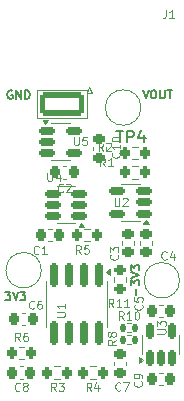
<source format=gbr>
%TF.GenerationSoftware,KiCad,Pcbnew,9.0.2*%
%TF.CreationDate,2025-10-14T12:10:58+02:00*%
%TF.ProjectId,1p6V_to_m1p6V_bias_gum,31703656-5f74-46f5-9f6d-317036565f62,rev?*%
%TF.SameCoordinates,Original*%
%TF.FileFunction,Legend,Top*%
%TF.FilePolarity,Positive*%
%FSLAX46Y46*%
G04 Gerber Fmt 4.6, Leading zero omitted, Abs format (unit mm)*
G04 Created by KiCad (PCBNEW 9.0.2) date 2025-10-14 12:10:58*
%MOMM*%
%LPD*%
G01*
G04 APERTURE LIST*
G04 Aperture macros list*
%AMRoundRect*
0 Rectangle with rounded corners*
0 $1 Rounding radius*
0 $2 $3 $4 $5 $6 $7 $8 $9 X,Y pos of 4 corners*
0 Add a 4 corners polygon primitive as box body*
4,1,4,$2,$3,$4,$5,$6,$7,$8,$9,$2,$3,0*
0 Add four circle primitives for the rounded corners*
1,1,$1+$1,$2,$3*
1,1,$1+$1,$4,$5*
1,1,$1+$1,$6,$7*
1,1,$1+$1,$8,$9*
0 Add four rect primitives between the rounded corners*
20,1,$1+$1,$2,$3,$4,$5,0*
20,1,$1+$1,$4,$5,$6,$7,0*
20,1,$1+$1,$6,$7,$8,$9,0*
20,1,$1+$1,$8,$9,$2,$3,0*%
G04 Aperture macros list end*
%ADD10C,0.150000*%
%ADD11C,0.087500*%
%ADD12C,0.120000*%
%ADD13RoundRect,0.200000X0.200000X0.275000X-0.200000X0.275000X-0.200000X-0.275000X0.200000X-0.275000X0*%
%ADD14RoundRect,0.150000X-0.150000X0.825000X-0.150000X-0.825000X0.150000X-0.825000X0.150000X0.825000X0*%
%ADD15C,2.000000*%
%ADD16RoundRect,0.135000X0.135000X0.185000X-0.135000X0.185000X-0.135000X-0.185000X0.135000X-0.185000X0*%
%ADD17RoundRect,0.225000X0.225000X0.250000X-0.225000X0.250000X-0.225000X-0.250000X0.225000X-0.250000X0*%
%ADD18RoundRect,0.200000X0.275000X-0.200000X0.275000X0.200000X-0.275000X0.200000X-0.275000X-0.200000X0*%
%ADD19R,1.700000X1.700000*%
%ADD20C,1.700000*%
%ADD21RoundRect,0.200000X-0.200000X-0.275000X0.200000X-0.275000X0.200000X0.275000X-0.200000X0.275000X0*%
%ADD22RoundRect,0.225000X-0.250000X0.225000X-0.250000X-0.225000X0.250000X-0.225000X0.250000X0.225000X0*%
%ADD23R,1.500000X5.080000*%
%ADD24RoundRect,0.225000X-0.225000X-0.250000X0.225000X-0.250000X0.225000X0.250000X-0.225000X0.250000X0*%
%ADD25RoundRect,0.225000X0.250000X-0.225000X0.250000X0.225000X-0.250000X0.225000X-0.250000X-0.225000X0*%
%ADD26RoundRect,0.250000X-1.650000X-0.750000X1.650000X-0.750000X1.650000X0.750000X-1.650000X0.750000X0*%
%ADD27RoundRect,0.150000X0.512500X0.150000X-0.512500X0.150000X-0.512500X-0.150000X0.512500X-0.150000X0*%
%ADD28RoundRect,0.150000X0.150000X-0.512500X0.150000X0.512500X-0.150000X0.512500X-0.150000X-0.512500X0*%
%ADD29RoundRect,0.150000X-0.512500X-0.150000X0.512500X-0.150000X0.512500X0.150000X-0.512500X0.150000X0*%
G04 APERTURE END LIST*
D10*
X81198684Y-77056533D02*
X81632017Y-77056533D01*
X81632017Y-77056533D02*
X81398684Y-77323200D01*
X81398684Y-77323200D02*
X81498684Y-77323200D01*
X81498684Y-77323200D02*
X81565350Y-77356533D01*
X81565350Y-77356533D02*
X81598684Y-77389866D01*
X81598684Y-77389866D02*
X81632017Y-77456533D01*
X81632017Y-77456533D02*
X81632017Y-77623200D01*
X81632017Y-77623200D02*
X81598684Y-77689866D01*
X81598684Y-77689866D02*
X81565350Y-77723200D01*
X81565350Y-77723200D02*
X81498684Y-77756533D01*
X81498684Y-77756533D02*
X81298684Y-77756533D01*
X81298684Y-77756533D02*
X81232017Y-77723200D01*
X81232017Y-77723200D02*
X81198684Y-77689866D01*
X81832017Y-77056533D02*
X82065351Y-77756533D01*
X82065351Y-77756533D02*
X82298684Y-77056533D01*
X82465351Y-77056533D02*
X82898684Y-77056533D01*
X82898684Y-77056533D02*
X82665351Y-77323200D01*
X82665351Y-77323200D02*
X82765351Y-77323200D01*
X82765351Y-77323200D02*
X82832017Y-77356533D01*
X82832017Y-77356533D02*
X82865351Y-77389866D01*
X82865351Y-77389866D02*
X82898684Y-77456533D01*
X82898684Y-77456533D02*
X82898684Y-77623200D01*
X82898684Y-77623200D02*
X82865351Y-77689866D01*
X82865351Y-77689866D02*
X82832017Y-77723200D01*
X82832017Y-77723200D02*
X82765351Y-77756533D01*
X82765351Y-77756533D02*
X82565351Y-77756533D01*
X82565351Y-77756533D02*
X82498684Y-77723200D01*
X82498684Y-77723200D02*
X82465351Y-77689866D01*
X81782017Y-60014866D02*
X81715350Y-59981533D01*
X81715350Y-59981533D02*
X81615350Y-59981533D01*
X81615350Y-59981533D02*
X81515350Y-60014866D01*
X81515350Y-60014866D02*
X81448684Y-60081533D01*
X81448684Y-60081533D02*
X81415350Y-60148200D01*
X81415350Y-60148200D02*
X81382017Y-60281533D01*
X81382017Y-60281533D02*
X81382017Y-60381533D01*
X81382017Y-60381533D02*
X81415350Y-60514866D01*
X81415350Y-60514866D02*
X81448684Y-60581533D01*
X81448684Y-60581533D02*
X81515350Y-60648200D01*
X81515350Y-60648200D02*
X81615350Y-60681533D01*
X81615350Y-60681533D02*
X81682017Y-60681533D01*
X81682017Y-60681533D02*
X81782017Y-60648200D01*
X81782017Y-60648200D02*
X81815350Y-60614866D01*
X81815350Y-60614866D02*
X81815350Y-60381533D01*
X81815350Y-60381533D02*
X81682017Y-60381533D01*
X82115350Y-60681533D02*
X82115350Y-59981533D01*
X82115350Y-59981533D02*
X82515350Y-60681533D01*
X82515350Y-60681533D02*
X82515350Y-59981533D01*
X82848683Y-60681533D02*
X82848683Y-59981533D01*
X82848683Y-59981533D02*
X83015350Y-59981533D01*
X83015350Y-59981533D02*
X83115350Y-60014866D01*
X83115350Y-60014866D02*
X83182017Y-60081533D01*
X83182017Y-60081533D02*
X83215350Y-60148200D01*
X83215350Y-60148200D02*
X83248683Y-60281533D01*
X83248683Y-60281533D02*
X83248683Y-60381533D01*
X83248683Y-60381533D02*
X83215350Y-60514866D01*
X83215350Y-60514866D02*
X83182017Y-60581533D01*
X83182017Y-60581533D02*
X83115350Y-60648200D01*
X83115350Y-60648200D02*
X83015350Y-60681533D01*
X83015350Y-60681533D02*
X82848683Y-60681533D01*
X92865350Y-59956533D02*
X93098684Y-60656533D01*
X93098684Y-60656533D02*
X93332017Y-59956533D01*
X93698684Y-59956533D02*
X93832017Y-59956533D01*
X93832017Y-59956533D02*
X93898684Y-59989866D01*
X93898684Y-59989866D02*
X93965350Y-60056533D01*
X93965350Y-60056533D02*
X93998684Y-60189866D01*
X93998684Y-60189866D02*
X93998684Y-60423200D01*
X93998684Y-60423200D02*
X93965350Y-60556533D01*
X93965350Y-60556533D02*
X93898684Y-60623200D01*
X93898684Y-60623200D02*
X93832017Y-60656533D01*
X93832017Y-60656533D02*
X93698684Y-60656533D01*
X93698684Y-60656533D02*
X93632017Y-60623200D01*
X93632017Y-60623200D02*
X93565350Y-60556533D01*
X93565350Y-60556533D02*
X93532017Y-60423200D01*
X93532017Y-60423200D02*
X93532017Y-60189866D01*
X93532017Y-60189866D02*
X93565350Y-60056533D01*
X93565350Y-60056533D02*
X93632017Y-59989866D01*
X93632017Y-59989866D02*
X93698684Y-59956533D01*
X94298683Y-59956533D02*
X94298683Y-60523200D01*
X94298683Y-60523200D02*
X94332017Y-60589866D01*
X94332017Y-60589866D02*
X94365350Y-60623200D01*
X94365350Y-60623200D02*
X94432017Y-60656533D01*
X94432017Y-60656533D02*
X94565350Y-60656533D01*
X94565350Y-60656533D02*
X94632017Y-60623200D01*
X94632017Y-60623200D02*
X94665350Y-60589866D01*
X94665350Y-60589866D02*
X94698683Y-60523200D01*
X94698683Y-60523200D02*
X94698683Y-59956533D01*
X94932016Y-59956533D02*
X95332016Y-59956533D01*
X95132016Y-60656533D02*
X95132016Y-59956533D01*
X92289866Y-77284649D02*
X92289866Y-76751316D01*
X91856533Y-76484649D02*
X91856533Y-76051315D01*
X91856533Y-76051315D02*
X92123200Y-76284649D01*
X92123200Y-76284649D02*
X92123200Y-76184649D01*
X92123200Y-76184649D02*
X92156533Y-76117982D01*
X92156533Y-76117982D02*
X92189866Y-76084649D01*
X92189866Y-76084649D02*
X92256533Y-76051315D01*
X92256533Y-76051315D02*
X92423200Y-76051315D01*
X92423200Y-76051315D02*
X92489866Y-76084649D01*
X92489866Y-76084649D02*
X92523200Y-76117982D01*
X92523200Y-76117982D02*
X92556533Y-76184649D01*
X92556533Y-76184649D02*
X92556533Y-76384649D01*
X92556533Y-76384649D02*
X92523200Y-76451315D01*
X92523200Y-76451315D02*
X92489866Y-76484649D01*
X91856533Y-75851315D02*
X92556533Y-75617982D01*
X92556533Y-75617982D02*
X91856533Y-75384648D01*
X91856533Y-75217982D02*
X91856533Y-74784648D01*
X91856533Y-74784648D02*
X92123200Y-75017982D01*
X92123200Y-75017982D02*
X92123200Y-74917982D01*
X92123200Y-74917982D02*
X92156533Y-74851315D01*
X92156533Y-74851315D02*
X92189866Y-74817982D01*
X92189866Y-74817982D02*
X92256533Y-74784648D01*
X92256533Y-74784648D02*
X92423200Y-74784648D01*
X92423200Y-74784648D02*
X92489866Y-74817982D01*
X92489866Y-74817982D02*
X92523200Y-74851315D01*
X92523200Y-74851315D02*
X92556533Y-74917982D01*
X92556533Y-74917982D02*
X92556533Y-75117982D01*
X92556533Y-75117982D02*
X92523200Y-75184648D01*
X92523200Y-75184648D02*
X92489866Y-75217982D01*
D11*
X89493333Y-65089283D02*
X89260000Y-64755950D01*
X89093333Y-65089283D02*
X89093333Y-64389283D01*
X89093333Y-64389283D02*
X89360000Y-64389283D01*
X89360000Y-64389283D02*
X89426667Y-64422616D01*
X89426667Y-64422616D02*
X89460000Y-64455950D01*
X89460000Y-64455950D02*
X89493333Y-64522616D01*
X89493333Y-64522616D02*
X89493333Y-64622616D01*
X89493333Y-64622616D02*
X89460000Y-64689283D01*
X89460000Y-64689283D02*
X89426667Y-64722616D01*
X89426667Y-64722616D02*
X89360000Y-64755950D01*
X89360000Y-64755950D02*
X89093333Y-64755950D01*
X89760000Y-64455950D02*
X89793333Y-64422616D01*
X89793333Y-64422616D02*
X89860000Y-64389283D01*
X89860000Y-64389283D02*
X90026667Y-64389283D01*
X90026667Y-64389283D02*
X90093333Y-64422616D01*
X90093333Y-64422616D02*
X90126667Y-64455950D01*
X90126667Y-64455950D02*
X90160000Y-64522616D01*
X90160000Y-64522616D02*
X90160000Y-64589283D01*
X90160000Y-64589283D02*
X90126667Y-64689283D01*
X90126667Y-64689283D02*
X89726667Y-65089283D01*
X89726667Y-65089283D02*
X90160000Y-65089283D01*
X85569283Y-79133333D02*
X86135950Y-79133333D01*
X86135950Y-79133333D02*
X86202616Y-79100000D01*
X86202616Y-79100000D02*
X86235950Y-79066666D01*
X86235950Y-79066666D02*
X86269283Y-79000000D01*
X86269283Y-79000000D02*
X86269283Y-78866666D01*
X86269283Y-78866666D02*
X86235950Y-78800000D01*
X86235950Y-78800000D02*
X86202616Y-78766666D01*
X86202616Y-78766666D02*
X86135950Y-78733333D01*
X86135950Y-78733333D02*
X85569283Y-78733333D01*
X86269283Y-78033333D02*
X86269283Y-78433333D01*
X86269283Y-78233333D02*
X85569283Y-78233333D01*
X85569283Y-78233333D02*
X85669283Y-78300000D01*
X85669283Y-78300000D02*
X85735950Y-78366667D01*
X85735950Y-78366667D02*
X85769283Y-78433333D01*
X91209999Y-79394283D02*
X90976666Y-79060950D01*
X90809999Y-79394283D02*
X90809999Y-78694283D01*
X90809999Y-78694283D02*
X91076666Y-78694283D01*
X91076666Y-78694283D02*
X91143333Y-78727616D01*
X91143333Y-78727616D02*
X91176666Y-78760950D01*
X91176666Y-78760950D02*
X91209999Y-78827616D01*
X91209999Y-78827616D02*
X91209999Y-78927616D01*
X91209999Y-78927616D02*
X91176666Y-78994283D01*
X91176666Y-78994283D02*
X91143333Y-79027616D01*
X91143333Y-79027616D02*
X91076666Y-79060950D01*
X91076666Y-79060950D02*
X90809999Y-79060950D01*
X91876666Y-79394283D02*
X91476666Y-79394283D01*
X91676666Y-79394283D02*
X91676666Y-78694283D01*
X91676666Y-78694283D02*
X91609999Y-78794283D01*
X91609999Y-78794283D02*
X91543333Y-78860950D01*
X91543333Y-78860950D02*
X91476666Y-78894283D01*
X92310000Y-78694283D02*
X92376666Y-78694283D01*
X92376666Y-78694283D02*
X92443333Y-78727616D01*
X92443333Y-78727616D02*
X92476666Y-78760950D01*
X92476666Y-78760950D02*
X92510000Y-78827616D01*
X92510000Y-78827616D02*
X92543333Y-78960950D01*
X92543333Y-78960950D02*
X92543333Y-79127616D01*
X92543333Y-79127616D02*
X92510000Y-79260950D01*
X92510000Y-79260950D02*
X92476666Y-79327616D01*
X92476666Y-79327616D02*
X92443333Y-79360950D01*
X92443333Y-79360950D02*
X92376666Y-79394283D01*
X92376666Y-79394283D02*
X92310000Y-79394283D01*
X92310000Y-79394283D02*
X92243333Y-79360950D01*
X92243333Y-79360950D02*
X92210000Y-79327616D01*
X92210000Y-79327616D02*
X92176666Y-79260950D01*
X92176666Y-79260950D02*
X92143333Y-79127616D01*
X92143333Y-79127616D02*
X92143333Y-78960950D01*
X92143333Y-78960950D02*
X92176666Y-78827616D01*
X92176666Y-78827616D02*
X92210000Y-78760950D01*
X92210000Y-78760950D02*
X92243333Y-78727616D01*
X92243333Y-78727616D02*
X92310000Y-78694283D01*
X82433333Y-85352616D02*
X82400000Y-85385950D01*
X82400000Y-85385950D02*
X82300000Y-85419283D01*
X82300000Y-85419283D02*
X82233333Y-85419283D01*
X82233333Y-85419283D02*
X82133333Y-85385950D01*
X82133333Y-85385950D02*
X82066667Y-85319283D01*
X82066667Y-85319283D02*
X82033333Y-85252616D01*
X82033333Y-85252616D02*
X82000000Y-85119283D01*
X82000000Y-85119283D02*
X82000000Y-85019283D01*
X82000000Y-85019283D02*
X82033333Y-84885950D01*
X82033333Y-84885950D02*
X82066667Y-84819283D01*
X82066667Y-84819283D02*
X82133333Y-84752616D01*
X82133333Y-84752616D02*
X82233333Y-84719283D01*
X82233333Y-84719283D02*
X82300000Y-84719283D01*
X82300000Y-84719283D02*
X82400000Y-84752616D01*
X82400000Y-84752616D02*
X82433333Y-84785950D01*
X82833333Y-85019283D02*
X82766667Y-84985950D01*
X82766667Y-84985950D02*
X82733333Y-84952616D01*
X82733333Y-84952616D02*
X82700000Y-84885950D01*
X82700000Y-84885950D02*
X82700000Y-84852616D01*
X82700000Y-84852616D02*
X82733333Y-84785950D01*
X82733333Y-84785950D02*
X82766667Y-84752616D01*
X82766667Y-84752616D02*
X82833333Y-84719283D01*
X82833333Y-84719283D02*
X82966667Y-84719283D01*
X82966667Y-84719283D02*
X83033333Y-84752616D01*
X83033333Y-84752616D02*
X83066667Y-84785950D01*
X83066667Y-84785950D02*
X83100000Y-84852616D01*
X83100000Y-84852616D02*
X83100000Y-84885950D01*
X83100000Y-84885950D02*
X83066667Y-84952616D01*
X83066667Y-84952616D02*
X83033333Y-84985950D01*
X83033333Y-84985950D02*
X82966667Y-85019283D01*
X82966667Y-85019283D02*
X82833333Y-85019283D01*
X82833333Y-85019283D02*
X82766667Y-85052616D01*
X82766667Y-85052616D02*
X82733333Y-85085950D01*
X82733333Y-85085950D02*
X82700000Y-85152616D01*
X82700000Y-85152616D02*
X82700000Y-85285950D01*
X82700000Y-85285950D02*
X82733333Y-85352616D01*
X82733333Y-85352616D02*
X82766667Y-85385950D01*
X82766667Y-85385950D02*
X82833333Y-85419283D01*
X82833333Y-85419283D02*
X82966667Y-85419283D01*
X82966667Y-85419283D02*
X83033333Y-85385950D01*
X83033333Y-85385950D02*
X83066667Y-85352616D01*
X83066667Y-85352616D02*
X83100000Y-85285950D01*
X83100000Y-85285950D02*
X83100000Y-85152616D01*
X83100000Y-85152616D02*
X83066667Y-85085950D01*
X83066667Y-85085950D02*
X83033333Y-85052616D01*
X83033333Y-85052616D02*
X82966667Y-85019283D01*
X90349999Y-78344283D02*
X90116666Y-78010950D01*
X89949999Y-78344283D02*
X89949999Y-77644283D01*
X89949999Y-77644283D02*
X90216666Y-77644283D01*
X90216666Y-77644283D02*
X90283333Y-77677616D01*
X90283333Y-77677616D02*
X90316666Y-77710950D01*
X90316666Y-77710950D02*
X90349999Y-77777616D01*
X90349999Y-77777616D02*
X90349999Y-77877616D01*
X90349999Y-77877616D02*
X90316666Y-77944283D01*
X90316666Y-77944283D02*
X90283333Y-77977616D01*
X90283333Y-77977616D02*
X90216666Y-78010950D01*
X90216666Y-78010950D02*
X89949999Y-78010950D01*
X91016666Y-78344283D02*
X90616666Y-78344283D01*
X90816666Y-78344283D02*
X90816666Y-77644283D01*
X90816666Y-77644283D02*
X90749999Y-77744283D01*
X90749999Y-77744283D02*
X90683333Y-77810950D01*
X90683333Y-77810950D02*
X90616666Y-77844283D01*
X91683333Y-78344283D02*
X91283333Y-78344283D01*
X91483333Y-78344283D02*
X91483333Y-77644283D01*
X91483333Y-77644283D02*
X91416666Y-77744283D01*
X91416666Y-77744283D02*
X91350000Y-77810950D01*
X91350000Y-77810950D02*
X91283333Y-77844283D01*
D10*
X90613095Y-63379819D02*
X91184523Y-63379819D01*
X90898809Y-64379819D02*
X90898809Y-63379819D01*
X91517857Y-64379819D02*
X91517857Y-63379819D01*
X91517857Y-63379819D02*
X91898809Y-63379819D01*
X91898809Y-63379819D02*
X91994047Y-63427438D01*
X91994047Y-63427438D02*
X92041666Y-63475057D01*
X92041666Y-63475057D02*
X92089285Y-63570295D01*
X92089285Y-63570295D02*
X92089285Y-63713152D01*
X92089285Y-63713152D02*
X92041666Y-63808390D01*
X92041666Y-63808390D02*
X91994047Y-63856009D01*
X91994047Y-63856009D02*
X91898809Y-63903628D01*
X91898809Y-63903628D02*
X91517857Y-63903628D01*
X92946428Y-63713152D02*
X92946428Y-64379819D01*
X92708333Y-63332200D02*
X92470238Y-64046485D01*
X92470238Y-64046485D02*
X93089285Y-64046485D01*
D11*
X89648333Y-66399283D02*
X89415000Y-66065950D01*
X89248333Y-66399283D02*
X89248333Y-65699283D01*
X89248333Y-65699283D02*
X89515000Y-65699283D01*
X89515000Y-65699283D02*
X89581667Y-65732616D01*
X89581667Y-65732616D02*
X89615000Y-65765950D01*
X89615000Y-65765950D02*
X89648333Y-65832616D01*
X89648333Y-65832616D02*
X89648333Y-65932616D01*
X89648333Y-65932616D02*
X89615000Y-65999283D01*
X89615000Y-65999283D02*
X89581667Y-66032616D01*
X89581667Y-66032616D02*
X89515000Y-66065950D01*
X89515000Y-66065950D02*
X89248333Y-66065950D01*
X90315000Y-66399283D02*
X89915000Y-66399283D01*
X90115000Y-66399283D02*
X90115000Y-65699283D01*
X90115000Y-65699283D02*
X90048333Y-65799283D01*
X90048333Y-65799283D02*
X89981667Y-65865950D01*
X89981667Y-65865950D02*
X89915000Y-65899283D01*
X90702616Y-73891666D02*
X90735950Y-73924999D01*
X90735950Y-73924999D02*
X90769283Y-74024999D01*
X90769283Y-74024999D02*
X90769283Y-74091666D01*
X90769283Y-74091666D02*
X90735950Y-74191666D01*
X90735950Y-74191666D02*
X90669283Y-74258333D01*
X90669283Y-74258333D02*
X90602616Y-74291666D01*
X90602616Y-74291666D02*
X90469283Y-74324999D01*
X90469283Y-74324999D02*
X90369283Y-74324999D01*
X90369283Y-74324999D02*
X90235950Y-74291666D01*
X90235950Y-74291666D02*
X90169283Y-74258333D01*
X90169283Y-74258333D02*
X90102616Y-74191666D01*
X90102616Y-74191666D02*
X90069283Y-74091666D01*
X90069283Y-74091666D02*
X90069283Y-74024999D01*
X90069283Y-74024999D02*
X90102616Y-73924999D01*
X90102616Y-73924999D02*
X90135950Y-73891666D01*
X90069283Y-73658333D02*
X90069283Y-73224999D01*
X90069283Y-73224999D02*
X90335950Y-73458333D01*
X90335950Y-73458333D02*
X90335950Y-73358333D01*
X90335950Y-73358333D02*
X90369283Y-73291666D01*
X90369283Y-73291666D02*
X90402616Y-73258333D01*
X90402616Y-73258333D02*
X90469283Y-73224999D01*
X90469283Y-73224999D02*
X90635950Y-73224999D01*
X90635950Y-73224999D02*
X90702616Y-73258333D01*
X90702616Y-73258333D02*
X90735950Y-73291666D01*
X90735950Y-73291666D02*
X90769283Y-73358333D01*
X90769283Y-73358333D02*
X90769283Y-73558333D01*
X90769283Y-73558333D02*
X90735950Y-73624999D01*
X90735950Y-73624999D02*
X90702616Y-73658333D01*
X94781666Y-53139283D02*
X94781666Y-53639283D01*
X94781666Y-53639283D02*
X94748333Y-53739283D01*
X94748333Y-53739283D02*
X94681666Y-53805950D01*
X94681666Y-53805950D02*
X94581666Y-53839283D01*
X94581666Y-53839283D02*
X94515000Y-53839283D01*
X95481666Y-53839283D02*
X95081666Y-53839283D01*
X95281666Y-53839283D02*
X95281666Y-53139283D01*
X95281666Y-53139283D02*
X95214999Y-53239283D01*
X95214999Y-53239283D02*
X95148333Y-53305950D01*
X95148333Y-53305950D02*
X95081666Y-53339283D01*
X92727616Y-84616666D02*
X92760950Y-84649999D01*
X92760950Y-84649999D02*
X92794283Y-84749999D01*
X92794283Y-84749999D02*
X92794283Y-84816666D01*
X92794283Y-84816666D02*
X92760950Y-84916666D01*
X92760950Y-84916666D02*
X92694283Y-84983333D01*
X92694283Y-84983333D02*
X92627616Y-85016666D01*
X92627616Y-85016666D02*
X92494283Y-85049999D01*
X92494283Y-85049999D02*
X92394283Y-85049999D01*
X92394283Y-85049999D02*
X92260950Y-85016666D01*
X92260950Y-85016666D02*
X92194283Y-84983333D01*
X92194283Y-84983333D02*
X92127616Y-84916666D01*
X92127616Y-84916666D02*
X92094283Y-84816666D01*
X92094283Y-84816666D02*
X92094283Y-84749999D01*
X92094283Y-84749999D02*
X92127616Y-84649999D01*
X92127616Y-84649999D02*
X92160950Y-84616666D01*
X92794283Y-84283333D02*
X92794283Y-84149999D01*
X92794283Y-84149999D02*
X92760950Y-84083333D01*
X92760950Y-84083333D02*
X92727616Y-84049999D01*
X92727616Y-84049999D02*
X92627616Y-83983333D01*
X92627616Y-83983333D02*
X92494283Y-83949999D01*
X92494283Y-83949999D02*
X92227616Y-83949999D01*
X92227616Y-83949999D02*
X92160950Y-83983333D01*
X92160950Y-83983333D02*
X92127616Y-84016666D01*
X92127616Y-84016666D02*
X92094283Y-84083333D01*
X92094283Y-84083333D02*
X92094283Y-84216666D01*
X92094283Y-84216666D02*
X92127616Y-84283333D01*
X92127616Y-84283333D02*
X92160950Y-84316666D01*
X92160950Y-84316666D02*
X92227616Y-84349999D01*
X92227616Y-84349999D02*
X92394283Y-84349999D01*
X92394283Y-84349999D02*
X92460950Y-84316666D01*
X92460950Y-84316666D02*
X92494283Y-84283333D01*
X92494283Y-84283333D02*
X92527616Y-84216666D01*
X92527616Y-84216666D02*
X92527616Y-84083333D01*
X92527616Y-84083333D02*
X92494283Y-84016666D01*
X92494283Y-84016666D02*
X92460950Y-83983333D01*
X92460950Y-83983333D02*
X92394283Y-83949999D01*
X90933333Y-85327616D02*
X90900000Y-85360950D01*
X90900000Y-85360950D02*
X90800000Y-85394283D01*
X90800000Y-85394283D02*
X90733333Y-85394283D01*
X90733333Y-85394283D02*
X90633333Y-85360950D01*
X90633333Y-85360950D02*
X90566667Y-85294283D01*
X90566667Y-85294283D02*
X90533333Y-85227616D01*
X90533333Y-85227616D02*
X90500000Y-85094283D01*
X90500000Y-85094283D02*
X90500000Y-84994283D01*
X90500000Y-84994283D02*
X90533333Y-84860950D01*
X90533333Y-84860950D02*
X90566667Y-84794283D01*
X90566667Y-84794283D02*
X90633333Y-84727616D01*
X90633333Y-84727616D02*
X90733333Y-84694283D01*
X90733333Y-84694283D02*
X90800000Y-84694283D01*
X90800000Y-84694283D02*
X90900000Y-84727616D01*
X90900000Y-84727616D02*
X90933333Y-84760950D01*
X91166667Y-84694283D02*
X91633333Y-84694283D01*
X91633333Y-84694283D02*
X91333333Y-85394283D01*
X87608333Y-73794283D02*
X87375000Y-73460950D01*
X87208333Y-73794283D02*
X87208333Y-73094283D01*
X87208333Y-73094283D02*
X87475000Y-73094283D01*
X87475000Y-73094283D02*
X87541667Y-73127616D01*
X87541667Y-73127616D02*
X87575000Y-73160950D01*
X87575000Y-73160950D02*
X87608333Y-73227616D01*
X87608333Y-73227616D02*
X87608333Y-73327616D01*
X87608333Y-73327616D02*
X87575000Y-73394283D01*
X87575000Y-73394283D02*
X87541667Y-73427616D01*
X87541667Y-73427616D02*
X87475000Y-73460950D01*
X87475000Y-73460950D02*
X87208333Y-73460950D01*
X88241667Y-73094283D02*
X87908333Y-73094283D01*
X87908333Y-73094283D02*
X87875000Y-73427616D01*
X87875000Y-73427616D02*
X87908333Y-73394283D01*
X87908333Y-73394283D02*
X87975000Y-73360950D01*
X87975000Y-73360950D02*
X88141667Y-73360950D01*
X88141667Y-73360950D02*
X88208333Y-73394283D01*
X88208333Y-73394283D02*
X88241667Y-73427616D01*
X88241667Y-73427616D02*
X88275000Y-73494283D01*
X88275000Y-73494283D02*
X88275000Y-73660950D01*
X88275000Y-73660950D02*
X88241667Y-73727616D01*
X88241667Y-73727616D02*
X88208333Y-73760950D01*
X88208333Y-73760950D02*
X88141667Y-73794283D01*
X88141667Y-73794283D02*
X87975000Y-73794283D01*
X87975000Y-73794283D02*
X87908333Y-73760950D01*
X87908333Y-73760950D02*
X87875000Y-73727616D01*
X86083333Y-68507616D02*
X86050000Y-68540950D01*
X86050000Y-68540950D02*
X85950000Y-68574283D01*
X85950000Y-68574283D02*
X85883333Y-68574283D01*
X85883333Y-68574283D02*
X85783333Y-68540950D01*
X85783333Y-68540950D02*
X85716667Y-68474283D01*
X85716667Y-68474283D02*
X85683333Y-68407616D01*
X85683333Y-68407616D02*
X85650000Y-68274283D01*
X85650000Y-68274283D02*
X85650000Y-68174283D01*
X85650000Y-68174283D02*
X85683333Y-68040950D01*
X85683333Y-68040950D02*
X85716667Y-67974283D01*
X85716667Y-67974283D02*
X85783333Y-67907616D01*
X85783333Y-67907616D02*
X85883333Y-67874283D01*
X85883333Y-67874283D02*
X85950000Y-67874283D01*
X85950000Y-67874283D02*
X86050000Y-67907616D01*
X86050000Y-67907616D02*
X86083333Y-67940950D01*
X86350000Y-67940950D02*
X86383333Y-67907616D01*
X86383333Y-67907616D02*
X86450000Y-67874283D01*
X86450000Y-67874283D02*
X86616667Y-67874283D01*
X86616667Y-67874283D02*
X86683333Y-67907616D01*
X86683333Y-67907616D02*
X86716667Y-67940950D01*
X86716667Y-67940950D02*
X86750000Y-68007616D01*
X86750000Y-68007616D02*
X86750000Y-68074283D01*
X86750000Y-68074283D02*
X86716667Y-68174283D01*
X86716667Y-68174283D02*
X86316667Y-68574283D01*
X86316667Y-68574283D02*
X86750000Y-68574283D01*
X84766666Y-66944283D02*
X84766666Y-67510950D01*
X84766666Y-67510950D02*
X84800000Y-67577616D01*
X84800000Y-67577616D02*
X84833333Y-67610950D01*
X84833333Y-67610950D02*
X84900000Y-67644283D01*
X84900000Y-67644283D02*
X85033333Y-67644283D01*
X85033333Y-67644283D02*
X85100000Y-67610950D01*
X85100000Y-67610950D02*
X85133333Y-67577616D01*
X85133333Y-67577616D02*
X85166666Y-67510950D01*
X85166666Y-67510950D02*
X85166666Y-66944283D01*
X85799999Y-67177616D02*
X85799999Y-67644283D01*
X85633333Y-66910950D02*
X85466666Y-67410950D01*
X85466666Y-67410950D02*
X85899999Y-67410950D01*
X85483333Y-85419283D02*
X85250000Y-85085950D01*
X85083333Y-85419283D02*
X85083333Y-84719283D01*
X85083333Y-84719283D02*
X85350000Y-84719283D01*
X85350000Y-84719283D02*
X85416667Y-84752616D01*
X85416667Y-84752616D02*
X85450000Y-84785950D01*
X85450000Y-84785950D02*
X85483333Y-84852616D01*
X85483333Y-84852616D02*
X85483333Y-84952616D01*
X85483333Y-84952616D02*
X85450000Y-85019283D01*
X85450000Y-85019283D02*
X85416667Y-85052616D01*
X85416667Y-85052616D02*
X85350000Y-85085950D01*
X85350000Y-85085950D02*
X85083333Y-85085950D01*
X85716667Y-84719283D02*
X86150000Y-84719283D01*
X86150000Y-84719283D02*
X85916667Y-84985950D01*
X85916667Y-84985950D02*
X86016667Y-84985950D01*
X86016667Y-84985950D02*
X86083333Y-85019283D01*
X86083333Y-85019283D02*
X86116667Y-85052616D01*
X86116667Y-85052616D02*
X86150000Y-85119283D01*
X86150000Y-85119283D02*
X86150000Y-85285950D01*
X86150000Y-85285950D02*
X86116667Y-85352616D01*
X86116667Y-85352616D02*
X86083333Y-85385950D01*
X86083333Y-85385950D02*
X86016667Y-85419283D01*
X86016667Y-85419283D02*
X85816667Y-85419283D01*
X85816667Y-85419283D02*
X85750000Y-85385950D01*
X85750000Y-85385950D02*
X85716667Y-85352616D01*
X90569283Y-81091666D02*
X90235950Y-81324999D01*
X90569283Y-81491666D02*
X89869283Y-81491666D01*
X89869283Y-81491666D02*
X89869283Y-81224999D01*
X89869283Y-81224999D02*
X89902616Y-81158333D01*
X89902616Y-81158333D02*
X89935950Y-81124999D01*
X89935950Y-81124999D02*
X90002616Y-81091666D01*
X90002616Y-81091666D02*
X90102616Y-81091666D01*
X90102616Y-81091666D02*
X90169283Y-81124999D01*
X90169283Y-81124999D02*
X90202616Y-81158333D01*
X90202616Y-81158333D02*
X90235950Y-81224999D01*
X90235950Y-81224999D02*
X90235950Y-81491666D01*
X90169283Y-80691666D02*
X90135950Y-80758333D01*
X90135950Y-80758333D02*
X90102616Y-80791666D01*
X90102616Y-80791666D02*
X90035950Y-80824999D01*
X90035950Y-80824999D02*
X90002616Y-80824999D01*
X90002616Y-80824999D02*
X89935950Y-80791666D01*
X89935950Y-80791666D02*
X89902616Y-80758333D01*
X89902616Y-80758333D02*
X89869283Y-80691666D01*
X89869283Y-80691666D02*
X89869283Y-80558333D01*
X89869283Y-80558333D02*
X89902616Y-80491666D01*
X89902616Y-80491666D02*
X89935950Y-80458333D01*
X89935950Y-80458333D02*
X90002616Y-80424999D01*
X90002616Y-80424999D02*
X90035950Y-80424999D01*
X90035950Y-80424999D02*
X90102616Y-80458333D01*
X90102616Y-80458333D02*
X90135950Y-80491666D01*
X90135950Y-80491666D02*
X90169283Y-80558333D01*
X90169283Y-80558333D02*
X90169283Y-80691666D01*
X90169283Y-80691666D02*
X90202616Y-80758333D01*
X90202616Y-80758333D02*
X90235950Y-80791666D01*
X90235950Y-80791666D02*
X90302616Y-80824999D01*
X90302616Y-80824999D02*
X90435950Y-80824999D01*
X90435950Y-80824999D02*
X90502616Y-80791666D01*
X90502616Y-80791666D02*
X90535950Y-80758333D01*
X90535950Y-80758333D02*
X90569283Y-80691666D01*
X90569283Y-80691666D02*
X90569283Y-80558333D01*
X90569283Y-80558333D02*
X90535950Y-80491666D01*
X90535950Y-80491666D02*
X90502616Y-80458333D01*
X90502616Y-80458333D02*
X90435950Y-80424999D01*
X90435950Y-80424999D02*
X90302616Y-80424999D01*
X90302616Y-80424999D02*
X90235950Y-80458333D01*
X90235950Y-80458333D02*
X90202616Y-80491666D01*
X90202616Y-80491666D02*
X90169283Y-80558333D01*
X90454166Y-69069283D02*
X90454166Y-69635950D01*
X90454166Y-69635950D02*
X90487500Y-69702616D01*
X90487500Y-69702616D02*
X90520833Y-69735950D01*
X90520833Y-69735950D02*
X90587500Y-69769283D01*
X90587500Y-69769283D02*
X90720833Y-69769283D01*
X90720833Y-69769283D02*
X90787500Y-69735950D01*
X90787500Y-69735950D02*
X90820833Y-69702616D01*
X90820833Y-69702616D02*
X90854166Y-69635950D01*
X90854166Y-69635950D02*
X90854166Y-69069283D01*
X91154166Y-69135950D02*
X91187499Y-69102616D01*
X91187499Y-69102616D02*
X91254166Y-69069283D01*
X91254166Y-69069283D02*
X91420833Y-69069283D01*
X91420833Y-69069283D02*
X91487499Y-69102616D01*
X91487499Y-69102616D02*
X91520833Y-69135950D01*
X91520833Y-69135950D02*
X91554166Y-69202616D01*
X91554166Y-69202616D02*
X91554166Y-69269283D01*
X91554166Y-69269283D02*
X91520833Y-69369283D01*
X91520833Y-69369283D02*
X91120833Y-69769283D01*
X91120833Y-69769283D02*
X91554166Y-69769283D01*
X94069283Y-80583333D02*
X94635950Y-80583333D01*
X94635950Y-80583333D02*
X94702616Y-80550000D01*
X94702616Y-80550000D02*
X94735950Y-80516666D01*
X94735950Y-80516666D02*
X94769283Y-80450000D01*
X94769283Y-80450000D02*
X94769283Y-80316666D01*
X94769283Y-80316666D02*
X94735950Y-80250000D01*
X94735950Y-80250000D02*
X94702616Y-80216666D01*
X94702616Y-80216666D02*
X94635950Y-80183333D01*
X94635950Y-80183333D02*
X94069283Y-80183333D01*
X94069283Y-79916667D02*
X94069283Y-79483333D01*
X94069283Y-79483333D02*
X94335950Y-79716667D01*
X94335950Y-79716667D02*
X94335950Y-79616667D01*
X94335950Y-79616667D02*
X94369283Y-79550000D01*
X94369283Y-79550000D02*
X94402616Y-79516667D01*
X94402616Y-79516667D02*
X94469283Y-79483333D01*
X94469283Y-79483333D02*
X94635950Y-79483333D01*
X94635950Y-79483333D02*
X94702616Y-79516667D01*
X94702616Y-79516667D02*
X94735950Y-79550000D01*
X94735950Y-79550000D02*
X94769283Y-79616667D01*
X94769283Y-79616667D02*
X94769283Y-79816667D01*
X94769283Y-79816667D02*
X94735950Y-79883333D01*
X94735950Y-79883333D02*
X94702616Y-79916667D01*
X83633333Y-78402616D02*
X83600000Y-78435950D01*
X83600000Y-78435950D02*
X83500000Y-78469283D01*
X83500000Y-78469283D02*
X83433333Y-78469283D01*
X83433333Y-78469283D02*
X83333333Y-78435950D01*
X83333333Y-78435950D02*
X83266667Y-78369283D01*
X83266667Y-78369283D02*
X83233333Y-78302616D01*
X83233333Y-78302616D02*
X83200000Y-78169283D01*
X83200000Y-78169283D02*
X83200000Y-78069283D01*
X83200000Y-78069283D02*
X83233333Y-77935950D01*
X83233333Y-77935950D02*
X83266667Y-77869283D01*
X83266667Y-77869283D02*
X83333333Y-77802616D01*
X83333333Y-77802616D02*
X83433333Y-77769283D01*
X83433333Y-77769283D02*
X83500000Y-77769283D01*
X83500000Y-77769283D02*
X83600000Y-77802616D01*
X83600000Y-77802616D02*
X83633333Y-77835950D01*
X84233333Y-77769283D02*
X84100000Y-77769283D01*
X84100000Y-77769283D02*
X84033333Y-77802616D01*
X84033333Y-77802616D02*
X84000000Y-77835950D01*
X84000000Y-77835950D02*
X83933333Y-77935950D01*
X83933333Y-77935950D02*
X83900000Y-78069283D01*
X83900000Y-78069283D02*
X83900000Y-78335950D01*
X83900000Y-78335950D02*
X83933333Y-78402616D01*
X83933333Y-78402616D02*
X83966667Y-78435950D01*
X83966667Y-78435950D02*
X84033333Y-78469283D01*
X84033333Y-78469283D02*
X84166667Y-78469283D01*
X84166667Y-78469283D02*
X84233333Y-78435950D01*
X84233333Y-78435950D02*
X84266667Y-78402616D01*
X84266667Y-78402616D02*
X84300000Y-78335950D01*
X84300000Y-78335950D02*
X84300000Y-78169283D01*
X84300000Y-78169283D02*
X84266667Y-78102616D01*
X84266667Y-78102616D02*
X84233333Y-78069283D01*
X84233333Y-78069283D02*
X84166667Y-78035950D01*
X84166667Y-78035950D02*
X84033333Y-78035950D01*
X84033333Y-78035950D02*
X83966667Y-78069283D01*
X83966667Y-78069283D02*
X83933333Y-78102616D01*
X83933333Y-78102616D02*
X83900000Y-78169283D01*
X92752616Y-78116666D02*
X92785950Y-78149999D01*
X92785950Y-78149999D02*
X92819283Y-78249999D01*
X92819283Y-78249999D02*
X92819283Y-78316666D01*
X92819283Y-78316666D02*
X92785950Y-78416666D01*
X92785950Y-78416666D02*
X92719283Y-78483333D01*
X92719283Y-78483333D02*
X92652616Y-78516666D01*
X92652616Y-78516666D02*
X92519283Y-78549999D01*
X92519283Y-78549999D02*
X92419283Y-78549999D01*
X92419283Y-78549999D02*
X92285950Y-78516666D01*
X92285950Y-78516666D02*
X92219283Y-78483333D01*
X92219283Y-78483333D02*
X92152616Y-78416666D01*
X92152616Y-78416666D02*
X92119283Y-78316666D01*
X92119283Y-78316666D02*
X92119283Y-78249999D01*
X92119283Y-78249999D02*
X92152616Y-78149999D01*
X92152616Y-78149999D02*
X92185950Y-78116666D01*
X92119283Y-77483333D02*
X92119283Y-77816666D01*
X92119283Y-77816666D02*
X92452616Y-77849999D01*
X92452616Y-77849999D02*
X92419283Y-77816666D01*
X92419283Y-77816666D02*
X92385950Y-77749999D01*
X92385950Y-77749999D02*
X92385950Y-77583333D01*
X92385950Y-77583333D02*
X92419283Y-77516666D01*
X92419283Y-77516666D02*
X92452616Y-77483333D01*
X92452616Y-77483333D02*
X92519283Y-77449999D01*
X92519283Y-77449999D02*
X92685950Y-77449999D01*
X92685950Y-77449999D02*
X92752616Y-77483333D01*
X92752616Y-77483333D02*
X92785950Y-77516666D01*
X92785950Y-77516666D02*
X92819283Y-77583333D01*
X92819283Y-77583333D02*
X92819283Y-77749999D01*
X92819283Y-77749999D02*
X92785950Y-77816666D01*
X92785950Y-77816666D02*
X92752616Y-77849999D01*
X88483333Y-85419283D02*
X88250000Y-85085950D01*
X88083333Y-85419283D02*
X88083333Y-84719283D01*
X88083333Y-84719283D02*
X88350000Y-84719283D01*
X88350000Y-84719283D02*
X88416667Y-84752616D01*
X88416667Y-84752616D02*
X88450000Y-84785950D01*
X88450000Y-84785950D02*
X88483333Y-84852616D01*
X88483333Y-84852616D02*
X88483333Y-84952616D01*
X88483333Y-84952616D02*
X88450000Y-85019283D01*
X88450000Y-85019283D02*
X88416667Y-85052616D01*
X88416667Y-85052616D02*
X88350000Y-85085950D01*
X88350000Y-85085950D02*
X88083333Y-85085950D01*
X89083333Y-84952616D02*
X89083333Y-85419283D01*
X88916667Y-84685950D02*
X88750000Y-85185950D01*
X88750000Y-85185950D02*
X89183333Y-85185950D01*
X90827616Y-65235000D02*
X90860950Y-65268333D01*
X90860950Y-65268333D02*
X90894283Y-65368333D01*
X90894283Y-65368333D02*
X90894283Y-65435000D01*
X90894283Y-65435000D02*
X90860950Y-65535000D01*
X90860950Y-65535000D02*
X90794283Y-65601667D01*
X90794283Y-65601667D02*
X90727616Y-65635000D01*
X90727616Y-65635000D02*
X90594283Y-65668333D01*
X90594283Y-65668333D02*
X90494283Y-65668333D01*
X90494283Y-65668333D02*
X90360950Y-65635000D01*
X90360950Y-65635000D02*
X90294283Y-65601667D01*
X90294283Y-65601667D02*
X90227616Y-65535000D01*
X90227616Y-65535000D02*
X90194283Y-65435000D01*
X90194283Y-65435000D02*
X90194283Y-65368333D01*
X90194283Y-65368333D02*
X90227616Y-65268333D01*
X90227616Y-65268333D02*
X90260950Y-65235000D01*
X90894283Y-64568333D02*
X90894283Y-64968333D01*
X90894283Y-64768333D02*
X90194283Y-64768333D01*
X90194283Y-64768333D02*
X90294283Y-64835000D01*
X90294283Y-64835000D02*
X90360950Y-64901667D01*
X90360950Y-64901667D02*
X90394283Y-64968333D01*
X90194283Y-64135000D02*
X90194283Y-64068333D01*
X90194283Y-64068333D02*
X90227616Y-64001666D01*
X90227616Y-64001666D02*
X90260950Y-63968333D01*
X90260950Y-63968333D02*
X90327616Y-63935000D01*
X90327616Y-63935000D02*
X90460950Y-63901666D01*
X90460950Y-63901666D02*
X90627616Y-63901666D01*
X90627616Y-63901666D02*
X90760950Y-63935000D01*
X90760950Y-63935000D02*
X90827616Y-63968333D01*
X90827616Y-63968333D02*
X90860950Y-64001666D01*
X90860950Y-64001666D02*
X90894283Y-64068333D01*
X90894283Y-64068333D02*
X90894283Y-64135000D01*
X90894283Y-64135000D02*
X90860950Y-64201666D01*
X90860950Y-64201666D02*
X90827616Y-64235000D01*
X90827616Y-64235000D02*
X90760950Y-64268333D01*
X90760950Y-64268333D02*
X90627616Y-64301666D01*
X90627616Y-64301666D02*
X90460950Y-64301666D01*
X90460950Y-64301666D02*
X90327616Y-64268333D01*
X90327616Y-64268333D02*
X90260950Y-64235000D01*
X90260950Y-64235000D02*
X90227616Y-64201666D01*
X90227616Y-64201666D02*
X90194283Y-64135000D01*
X82453333Y-81189283D02*
X82220000Y-80855950D01*
X82053333Y-81189283D02*
X82053333Y-80489283D01*
X82053333Y-80489283D02*
X82320000Y-80489283D01*
X82320000Y-80489283D02*
X82386667Y-80522616D01*
X82386667Y-80522616D02*
X82420000Y-80555950D01*
X82420000Y-80555950D02*
X82453333Y-80622616D01*
X82453333Y-80622616D02*
X82453333Y-80722616D01*
X82453333Y-80722616D02*
X82420000Y-80789283D01*
X82420000Y-80789283D02*
X82386667Y-80822616D01*
X82386667Y-80822616D02*
X82320000Y-80855950D01*
X82320000Y-80855950D02*
X82053333Y-80855950D01*
X83053333Y-80489283D02*
X82920000Y-80489283D01*
X82920000Y-80489283D02*
X82853333Y-80522616D01*
X82853333Y-80522616D02*
X82820000Y-80555950D01*
X82820000Y-80555950D02*
X82753333Y-80655950D01*
X82753333Y-80655950D02*
X82720000Y-80789283D01*
X82720000Y-80789283D02*
X82720000Y-81055950D01*
X82720000Y-81055950D02*
X82753333Y-81122616D01*
X82753333Y-81122616D02*
X82786667Y-81155950D01*
X82786667Y-81155950D02*
X82853333Y-81189283D01*
X82853333Y-81189283D02*
X82986667Y-81189283D01*
X82986667Y-81189283D02*
X83053333Y-81155950D01*
X83053333Y-81155950D02*
X83086667Y-81122616D01*
X83086667Y-81122616D02*
X83120000Y-81055950D01*
X83120000Y-81055950D02*
X83120000Y-80889283D01*
X83120000Y-80889283D02*
X83086667Y-80822616D01*
X83086667Y-80822616D02*
X83053333Y-80789283D01*
X83053333Y-80789283D02*
X82986667Y-80755950D01*
X82986667Y-80755950D02*
X82853333Y-80755950D01*
X82853333Y-80755950D02*
X82786667Y-80789283D01*
X82786667Y-80789283D02*
X82753333Y-80822616D01*
X82753333Y-80822616D02*
X82720000Y-80889283D01*
X87009166Y-63909283D02*
X87009166Y-64475950D01*
X87009166Y-64475950D02*
X87042500Y-64542616D01*
X87042500Y-64542616D02*
X87075833Y-64575950D01*
X87075833Y-64575950D02*
X87142500Y-64609283D01*
X87142500Y-64609283D02*
X87275833Y-64609283D01*
X87275833Y-64609283D02*
X87342500Y-64575950D01*
X87342500Y-64575950D02*
X87375833Y-64542616D01*
X87375833Y-64542616D02*
X87409166Y-64475950D01*
X87409166Y-64475950D02*
X87409166Y-63909283D01*
X88075833Y-63909283D02*
X87742499Y-63909283D01*
X87742499Y-63909283D02*
X87709166Y-64242616D01*
X87709166Y-64242616D02*
X87742499Y-64209283D01*
X87742499Y-64209283D02*
X87809166Y-64175950D01*
X87809166Y-64175950D02*
X87975833Y-64175950D01*
X87975833Y-64175950D02*
X88042499Y-64209283D01*
X88042499Y-64209283D02*
X88075833Y-64242616D01*
X88075833Y-64242616D02*
X88109166Y-64309283D01*
X88109166Y-64309283D02*
X88109166Y-64475950D01*
X88109166Y-64475950D02*
X88075833Y-64542616D01*
X88075833Y-64542616D02*
X88042499Y-64575950D01*
X88042499Y-64575950D02*
X87975833Y-64609283D01*
X87975833Y-64609283D02*
X87809166Y-64609283D01*
X87809166Y-64609283D02*
X87742499Y-64575950D01*
X87742499Y-64575950D02*
X87709166Y-64542616D01*
X84033333Y-73777616D02*
X84000000Y-73810950D01*
X84000000Y-73810950D02*
X83900000Y-73844283D01*
X83900000Y-73844283D02*
X83833333Y-73844283D01*
X83833333Y-73844283D02*
X83733333Y-73810950D01*
X83733333Y-73810950D02*
X83666667Y-73744283D01*
X83666667Y-73744283D02*
X83633333Y-73677616D01*
X83633333Y-73677616D02*
X83600000Y-73544283D01*
X83600000Y-73544283D02*
X83600000Y-73444283D01*
X83600000Y-73444283D02*
X83633333Y-73310950D01*
X83633333Y-73310950D02*
X83666667Y-73244283D01*
X83666667Y-73244283D02*
X83733333Y-73177616D01*
X83733333Y-73177616D02*
X83833333Y-73144283D01*
X83833333Y-73144283D02*
X83900000Y-73144283D01*
X83900000Y-73144283D02*
X84000000Y-73177616D01*
X84000000Y-73177616D02*
X84033333Y-73210950D01*
X84700000Y-73844283D02*
X84300000Y-73844283D01*
X84500000Y-73844283D02*
X84500000Y-73144283D01*
X84500000Y-73144283D02*
X84433333Y-73244283D01*
X84433333Y-73244283D02*
X84366667Y-73310950D01*
X84366667Y-73310950D02*
X84300000Y-73344283D01*
X94853333Y-74232616D02*
X94820000Y-74265950D01*
X94820000Y-74265950D02*
X94720000Y-74299283D01*
X94720000Y-74299283D02*
X94653333Y-74299283D01*
X94653333Y-74299283D02*
X94553333Y-74265950D01*
X94553333Y-74265950D02*
X94486667Y-74199283D01*
X94486667Y-74199283D02*
X94453333Y-74132616D01*
X94453333Y-74132616D02*
X94420000Y-73999283D01*
X94420000Y-73999283D02*
X94420000Y-73899283D01*
X94420000Y-73899283D02*
X94453333Y-73765950D01*
X94453333Y-73765950D02*
X94486667Y-73699283D01*
X94486667Y-73699283D02*
X94553333Y-73632616D01*
X94553333Y-73632616D02*
X94653333Y-73599283D01*
X94653333Y-73599283D02*
X94720000Y-73599283D01*
X94720000Y-73599283D02*
X94820000Y-73632616D01*
X94820000Y-73632616D02*
X94853333Y-73665950D01*
X95453333Y-73832616D02*
X95453333Y-74299283D01*
X95286667Y-73565950D02*
X95120000Y-74065950D01*
X95120000Y-74065950D02*
X95553333Y-74065950D01*
D12*
%TO.C,R2*%
X92402258Y-64757500D02*
X91927742Y-64757500D01*
X92402258Y-65802500D02*
X91927742Y-65802500D01*
%TO.C,U1*%
X84670000Y-78068000D02*
X84670000Y-76118000D01*
X84670000Y-78068000D02*
X84670000Y-80018000D01*
X89790000Y-78068000D02*
X89790000Y-76118000D01*
X89790000Y-78068000D02*
X89790000Y-80018000D01*
X90025000Y-75608000D02*
X89695000Y-75368000D01*
X90025000Y-75128000D01*
X90025000Y-75608000D01*
G36*
X90025000Y-75608000D02*
G01*
X89695000Y-75368000D01*
X90025000Y-75128000D01*
X90025000Y-75608000D01*
G37*
%TO.C,TP1*%
X84250000Y-75200000D02*
G75*
G02*
X81250000Y-75200000I-1500000J0D01*
G01*
X81250000Y-75200000D02*
G75*
G02*
X84250000Y-75200000I1500000J0D01*
G01*
%TO.C,R10*%
X91813641Y-79695000D02*
X91506359Y-79695000D01*
X91813641Y-80455000D02*
X91506359Y-80455000D01*
%TO.C,C8*%
X82685580Y-83350000D02*
X82404420Y-83350000D01*
X82685580Y-84370000D02*
X82404420Y-84370000D01*
%TO.C,R11*%
X90377500Y-76237258D02*
X90377500Y-75762742D01*
X91422500Y-76237258D02*
X91422500Y-75762742D01*
%TO.C,TP4*%
X92675000Y-61425000D02*
G75*
G02*
X89675000Y-61425000I-1500000J0D01*
G01*
X89675000Y-61425000D02*
G75*
G02*
X92675000Y-61425000I1500000J0D01*
G01*
%TO.C,R1*%
X91927742Y-66397500D02*
X92402258Y-66397500D01*
X91927742Y-67442500D02*
X92402258Y-67442500D01*
%TO.C,C3*%
X91050000Y-72754420D02*
X91050000Y-73035580D01*
X92070000Y-72754420D02*
X92070000Y-73035580D01*
%TO.C,J1*%
X88075000Y-60210000D02*
X88575000Y-60210000D01*
X88325000Y-59710000D02*
X88075000Y-60210000D01*
X88575000Y-60210000D02*
X88325000Y-59710000D01*
%TO.C,C9*%
X94254420Y-83890000D02*
X94535580Y-83890000D01*
X94254420Y-84910000D02*
X94535580Y-84910000D01*
%TO.C,C7*%
X90400000Y-83250580D02*
X90400000Y-82969420D01*
X91420000Y-83250580D02*
X91420000Y-82969420D01*
%TO.C,R5*%
X87882742Y-71687500D02*
X88357258Y-71687500D01*
X87882742Y-72732500D02*
X88357258Y-72732500D01*
%TO.C,C2*%
X86059420Y-66415000D02*
X86340580Y-66415000D01*
X86059420Y-67435000D02*
X86340580Y-67435000D01*
%TO.C,TP3*%
X83875000Y-59925000D02*
X88075000Y-59925000D01*
X88075000Y-62325000D01*
X83875000Y-62325000D01*
X83875000Y-59925000D01*
%TO.C,TP2*%
X95950000Y-76050000D02*
G75*
G02*
X92950000Y-76050000I-1500000J0D01*
G01*
X92950000Y-76050000D02*
G75*
G02*
X95950000Y-76050000I1500000J0D01*
G01*
%TO.C,U4*%
X86340000Y-68100000D02*
X85540000Y-68100000D01*
X86340000Y-68100000D02*
X87140000Y-68100000D01*
X86340000Y-71220000D02*
X85540000Y-71220000D01*
X86340000Y-71220000D02*
X87140000Y-71220000D01*
X87880000Y-71500000D02*
X87400000Y-71500000D01*
X87640000Y-71170000D01*
X87880000Y-71500000D01*
G36*
X87880000Y-71500000D02*
G01*
X87400000Y-71500000D01*
X87640000Y-71170000D01*
X87880000Y-71500000D01*
G37*
%TO.C,R3*%
X85347742Y-83337500D02*
X85822258Y-83337500D01*
X85347742Y-84382500D02*
X85822258Y-84382500D01*
%TO.C,R8*%
X91813641Y-80702500D02*
X91506359Y-80702500D01*
X91813641Y-81462500D02*
X91506359Y-81462500D01*
%TO.C,U2*%
X91787500Y-67890000D02*
X90987500Y-67890000D01*
X91787500Y-67890000D02*
X92587500Y-67890000D01*
X91787500Y-71010000D02*
X90987500Y-71010000D01*
X91787500Y-71010000D02*
X92587500Y-71010000D01*
X93327500Y-71290000D02*
X92847500Y-71290000D01*
X93087500Y-70960000D01*
X93327500Y-71290000D01*
G36*
X93327500Y-71290000D02*
G01*
X92847500Y-71290000D01*
X93087500Y-70960000D01*
X93327500Y-71290000D01*
G37*
%TO.C,U3*%
X92810000Y-81482500D02*
X92810000Y-80682500D01*
X92810000Y-81482500D02*
X92810000Y-82282500D01*
X95930000Y-81482500D02*
X95930000Y-80682500D01*
X95930000Y-81482500D02*
X95930000Y-82282500D01*
X92860000Y-82782500D02*
X92530000Y-83022500D01*
X92530000Y-82542500D01*
X92860000Y-82782500D01*
G36*
X92860000Y-82782500D02*
G01*
X92530000Y-83022500D01*
X92530000Y-82542500D01*
X92860000Y-82782500D01*
G37*
%TO.C,C6*%
X82890580Y-78840000D02*
X82609420Y-78840000D01*
X82890580Y-79860000D02*
X82609420Y-79860000D01*
%TO.C,C5*%
X94515580Y-78140000D02*
X94234420Y-78140000D01*
X94515580Y-79160000D02*
X94234420Y-79160000D01*
%TO.C,R4*%
X88367742Y-83337500D02*
X88842258Y-83337500D01*
X88367742Y-84382500D02*
X88842258Y-84382500D01*
%TO.C,C10*%
X88665000Y-64759420D02*
X88665000Y-65040580D01*
X89685000Y-64759420D02*
X89685000Y-65040580D01*
%TO.C,R6*%
X82807258Y-81667500D02*
X82332742Y-81667500D01*
X82807258Y-82712500D02*
X82332742Y-82712500D01*
%TO.C,U5*%
X85900000Y-62765000D02*
X85100000Y-62765000D01*
X85900000Y-62765000D02*
X86700000Y-62765000D01*
X85900000Y-65885000D02*
X85100000Y-65885000D01*
X85900000Y-65885000D02*
X86700000Y-65885000D01*
X84600000Y-62815000D02*
X84360000Y-62485000D01*
X84840000Y-62485000D01*
X84600000Y-62815000D01*
G36*
X84600000Y-62815000D02*
G01*
X84360000Y-62485000D01*
X84840000Y-62485000D01*
X84600000Y-62815000D01*
G37*
%TO.C,C1*%
X85125580Y-71700000D02*
X84844420Y-71700000D01*
X85125580Y-72720000D02*
X84844420Y-72720000D01*
%TO.C,C4*%
X92620000Y-72744420D02*
X92620000Y-73025580D01*
X93640000Y-72744420D02*
X93640000Y-73025580D01*
%TD*%
%LPC*%
D13*
%TO.C,R2*%
X92990000Y-65280000D03*
X91340000Y-65280000D03*
%TD*%
D14*
%TO.C,U1*%
X89135000Y-75593000D03*
X87865000Y-75593000D03*
X86595000Y-75593000D03*
X85325000Y-75593000D03*
X85325000Y-80543000D03*
X86595000Y-80543000D03*
X87865000Y-80543000D03*
X89135000Y-80543000D03*
%TD*%
D15*
%TO.C,TP1*%
X82750000Y-75200000D03*
%TD*%
D16*
%TO.C,R10*%
X92170000Y-80075000D03*
X91150000Y-80075000D03*
%TD*%
D17*
%TO.C,C8*%
X83320000Y-83860000D03*
X81770000Y-83860000D03*
%TD*%
D18*
%TO.C,R11*%
X90900000Y-76825000D03*
X90900000Y-75175000D03*
%TD*%
D19*
%TO.C,CG1*%
X82240000Y-62150000D03*
D20*
X82240000Y-64690000D03*
X82240000Y-67230000D03*
X82240000Y-69770000D03*
X82240000Y-72310000D03*
D19*
X94940000Y-62150000D03*
D20*
X94940000Y-64690000D03*
X94940000Y-67230000D03*
X94940000Y-69770000D03*
X94940000Y-72310000D03*
D19*
X82240000Y-86915000D03*
D20*
X84780000Y-86915000D03*
X87320000Y-86915000D03*
X89860000Y-86915000D03*
X92400000Y-86915000D03*
X94940000Y-86915000D03*
%TD*%
D15*
%TO.C,TP4*%
X91175000Y-61425000D03*
%TD*%
D21*
%TO.C,R1*%
X91340000Y-66920000D03*
X92990000Y-66920000D03*
%TD*%
D22*
%TO.C,C3*%
X91560000Y-72120000D03*
X91560000Y-73670000D03*
%TD*%
D23*
%TO.C,J1*%
X88325000Y-56500000D03*
X84075000Y-56500000D03*
X92575000Y-56500000D03*
%TD*%
D24*
%TO.C,C9*%
X93620000Y-84400000D03*
X95170000Y-84400000D03*
%TD*%
D25*
%TO.C,C7*%
X90910000Y-83885000D03*
X90910000Y-82335000D03*
%TD*%
D21*
%TO.C,R5*%
X87295000Y-72210000D03*
X88945000Y-72210000D03*
%TD*%
D24*
%TO.C,C2*%
X85425000Y-66925000D03*
X86975000Y-66925000D03*
%TD*%
D26*
%TO.C,TP3*%
X85975000Y-61125000D03*
%TD*%
D15*
%TO.C,TP2*%
X94450000Y-76050000D03*
%TD*%
D27*
%TO.C,U4*%
X87477500Y-70610000D03*
X87477500Y-69660000D03*
X87477500Y-68710000D03*
X85202500Y-68710000D03*
X85202500Y-69660000D03*
X85202500Y-70610000D03*
%TD*%
D21*
%TO.C,R3*%
X84760000Y-83860000D03*
X86410000Y-83860000D03*
%TD*%
D16*
%TO.C,R8*%
X92170000Y-81082500D03*
X91150000Y-81082500D03*
%TD*%
D27*
%TO.C,U2*%
X92925000Y-70400000D03*
X92925000Y-69450000D03*
X92925000Y-68500000D03*
X90650000Y-68500000D03*
X90650000Y-70400000D03*
%TD*%
D28*
%TO.C,U3*%
X93420000Y-82620000D03*
X94370000Y-82620000D03*
X95320000Y-82620000D03*
X95320000Y-80345000D03*
X93420000Y-80345000D03*
%TD*%
D17*
%TO.C,C6*%
X83525000Y-79350000D03*
X81975000Y-79350000D03*
%TD*%
%TO.C,C5*%
X95150000Y-78650000D03*
X93600000Y-78650000D03*
%TD*%
D21*
%TO.C,R4*%
X87780000Y-83860000D03*
X89430000Y-83860000D03*
%TD*%
D22*
%TO.C,C10*%
X89175000Y-64125000D03*
X89175000Y-65675000D03*
%TD*%
D13*
%TO.C,R6*%
X83395000Y-82190000D03*
X81745000Y-82190000D03*
%TD*%
D29*
%TO.C,U5*%
X84762500Y-63375000D03*
X84762500Y-64325000D03*
X84762500Y-65275000D03*
X87037500Y-65275000D03*
X87037500Y-63375000D03*
%TD*%
D17*
%TO.C,C1*%
X85760000Y-72210000D03*
X84210000Y-72210000D03*
%TD*%
D22*
%TO.C,C4*%
X93130000Y-72110000D03*
X93130000Y-73660000D03*
%TD*%
%LPD*%
M02*

</source>
